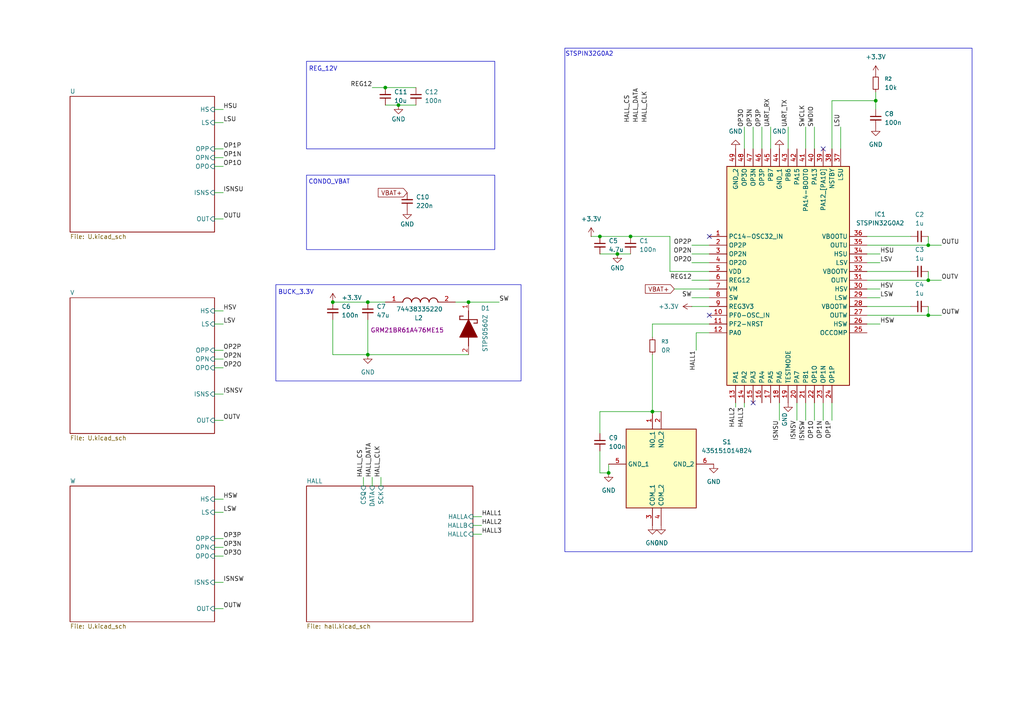
<source format=kicad_sch>
(kicad_sch (version 20250114) (generator "eeschema") (generator_version "9.0")
  (paper "A4")
  (lib_symbols
    (symbol "Device:C_Small" (pin_numbers (hide yes)) (pin_names (offset 0.254) (hide yes))
      (property "Reference" "C" (at 0.254 1.778 0))
      (property "Value" "C_Small" (at 0.254 -2.032 0))
      (symbol "C_Small_0_1"
        (polyline (pts (xy -1.524 0.508) (xy 1.524 0.508)) (stroke (width 0.3048)))
        (polyline (pts (xy -1.524 -0.508) (xy 1.524 -0.508)) (stroke (width 0.3302)))
      )
      (symbol "C_Small_1_1"
        (pin passive line (at 0 2.54 270) (length 2.032) (name "~") (number "1"))
        (pin passive line (at 0 -2.54 90) (length 2.032) (name "~") (number "2"))
      )
    )
    (symbol "Device:R_Small" (pin_numbers (hide yes)) (pin_names (offset 0.254) (hide yes))
      (property "Reference" "R" (at 0 0 90))
      (property "Value" "R_Small" (at 1.778 0 90))
      (symbol "R_Small_0_1"
        (rectangle (start -0.762 1.778) (end 0.762 -1.778) (stroke (width 0.2032)))
      )
      (symbol "R_Small_1_1"
        (pin passive line (at 0 2.54 270) (length 0.762) (name "~") (number "1"))
        (pin passive line (at 0 -2.54 90) (length 0.762) (name "~") (number "2"))
      )
    )
    (symbol "power:+3.3V" (power) (pin_numbers (hide yes)) (pin_names (offset 0) (hide yes))
      (property "Value" "+3.3V" (at 0 3.556 0))
      (symbol "+3.3V_0_1"
        (polyline (pts (xy -0.762 1.27) (xy 0 2.54)))
        (polyline (pts (xy 0 2.54) (xy 0.762 1.27)))
        (polyline (pts (xy 0 0) (xy 0 2.54)))
      )
      (symbol "+3.3V_1_1"
        (pin power_in line (at 0 0 90) (length 0) (name "~") (number "1"))
      )
    )
    (symbol "power:GND" (power) (pin_numbers (hide yes)) (pin_names (offset 0) (hide yes))
      (property "Value" "GND" (at 0 -3.81 0))
      (symbol "GND_0_1"
        (polyline (pts (xy 0 0) (xy 0 -1.27) (xy 1.27 -1.27) (xy 0 -2.54) (xy -1.27 -1.27) (xy 0 -1.27)))
      )
      (symbol "GND_1_1"
        (pin power_in line (at 0 0 270) (length 0) (name "~") (number "1"))
      )
    )
    (symbol "samacsys:435151014824"
      (property "Reference" "S" (at 26.67 15.24 0))
      (property "Value" "435151014824" (at 26.67 12.7 0))
      (symbol "435151014824_1_1"
        (rectangle (start 5.08 10.16) (end 25.4 -12.7) (stroke (width 0.254)) (fill (type background)))
        (pin passive line (at 0 0 0) (length 5.08) (name "GND_1") (number "5"))
        (pin passive line (at 12.7 15.24 270) (length 5.08) (name "NO_1") (number "1"))
        (pin passive line (at 12.7 -17.78 90) (length 5.08) (name "COM_1") (number "3"))
        (pin passive line (at 15.24 15.24 270) (length 5.08) (name "NO_2") (number "2"))
        (pin passive line (at 15.24 -17.78 90) (length 5.08) (name "COM_2") (number "4"))
        (pin passive line (at 30.48 0 180) (length 5.08) (name "GND_2") (number "6"))
      )
    )
    (symbol "samacsys:74438335220" (pin_names (hide yes))
      (property "Reference" "L" (at 16.51 6.35 0))
      (property "Value" "74438335220" (at 16.51 3.81 0))
      (symbol "74438335220_1_1"
        (arc (start 5.08 0) (mid 6.35 1.219) (end 7.62 0) (stroke (width 0.254)))
        (arc (start 7.62 0) (mid 8.89 1.219) (end 10.16 0) (stroke (width 0.254)))
        (arc (start 10.16 0) (mid 11.43 1.219) (end 12.7 0) (stroke (width 0.254)))
        (arc (start 12.7 0) (mid 13.97 1.219) (end 15.24 0) (stroke (width 0.254)))
        (pin passive line (at 0 0 0) (length 5.08) (name "1") (number "1"))
        (pin passive line (at 20.32 0 180) (length 5.08) (name "2") (number "2"))
      )
    )
    (symbol "samacsys:STPS0560Z" (pin_names (hide yes))
      (property "Reference" "D" (at 12.7 8.89 0))
      (property "Value" "STPS0560Z" (at 12.7 6.35 0))
      (symbol "STPS0560Z_1_1"
        (polyline (pts (xy 5.08 0) (xy 7.62 0)) (stroke (width 0.254)))
        (polyline (pts (xy 6.604 -1.524) (xy 6.604 -2.54)) (stroke (width 0.254)))
        (polyline (pts (xy 7.62 2.54) (xy 7.62 -2.54)) (stroke (width 0.254)))
        (polyline (pts (xy 7.62 2.54) (xy 8.636 2.54)) (stroke (width 0.254)))
        (polyline (pts (xy 7.62 0) (xy 12.7 2.54) (xy 12.7 -2.54) (xy 7.62 0)) (stroke (width 0.254)) (fill (type outline)))
        (polyline (pts (xy 7.62 -2.54) (xy 6.604 -2.54)) (stroke (width 0.254)))
        (polyline (pts (xy 8.636 1.524) (xy 8.636 2.54)) (stroke (width 0.254)))
        (polyline (pts (xy 12.7 0) (xy 15.24 0)) (stroke (width 0.254)))
        (pin passive line (at 2.54 0 0) (length 2.54) (name "K") (number "1"))
        (pin passive line (at 17.78 0 180) (length 2.54) (name "A") (number "2"))
      )
    )
    (symbol "samacsys:STSPIN32G0A2"
      (property "Reference" "IC" (at 41.91 25.4 0))
      (property "Value" "STSPIN32G0A2" (at 41.91 22.86 0))
      (symbol "STSPIN32G0A2_1_1"
        (rectangle (start 5.08 20.32) (end 40.64 -43.18) (stroke (width 0.254)) (fill (type background)))
        (pin passive line (at 0 0 0) (length 5.08) (name "PC14-OSC32_IN") (number "1"))
        (pin passive line (at 0 -2.54 0) (length 5.08) (name "OP2P") (number "2"))
        (pin passive line (at 0 -5.08 0) (length 5.08) (name "OP2N") (number "3"))
        (pin passive line (at 0 -7.62 0) (length 5.08) (name "OP2O") (number "4"))
        (pin passive line (at 0 -10.16 0) (length 5.08) (name "VDD") (number "5"))
        (pin passive line (at 0 -12.7 0) (length 5.08) (name "REG12") (number "6"))
        (pin passive line (at 0 -15.24 0) (length 5.08) (name "VM") (number "7"))
        (pin passive line (at 0 -17.78 0) (length 5.08) (name "SW") (number "8"))
        (pin passive line (at 0 -20.32 0) (length 5.08) (name "REG3V3") (number "9"))
        (pin passive line (at 0 -22.86 0) (length 5.08) (name "PF0-OSC_IN") (number "10"))
        (pin passive line (at 0 -25.4 0) (length 5.08) (name "PF2-NRST") (number "11"))
        (pin passive line (at 0 -27.94 0) (length 5.08) (name "PA0") (number "12"))
        (pin passive line (at 7.62 25.4 270) (length 5.08) (name "GND_2") (number "49"))
        (pin passive line (at 7.62 -48.26 90) (length 5.08) (name "PA1") (number "13"))
        (pin passive line (at 10.16 25.4 270) (length 5.08) (name "OP3O") (number "48"))
        (pin passive line (at 10.16 -48.26 90) (length 5.08) (name "PA2") (number "14"))
        (pin passive line (at 12.7 25.4 270) (length 5.08) (name "OP3N") (number "47"))
        (pin passive line (at 12.7 -48.26 90) (length 5.08) (name "PA3") (number "15"))
        (pin passive line (at 15.24 25.4 270) (length 5.08) (name "OP3P") (number "46"))
        (pin passive line (at 15.24 -48.26 90) (length 5.08) (name "PA4") (number "16"))
        (pin passive line (at 17.78 25.4 270) (length 5.08) (name "PB7") (number "45"))
        (pin passive line (at 17.78 -48.26 90) (length 5.08) (name "PA5") (number "17"))
        (pin passive line (at 20.32 25.4 270) (length 5.08) (name "GND_1") (number "44"))
        (pin passive line (at 20.32 -48.26 90) (length 5.08) (name "PA6") (number "18"))
        (pin passive line (at 22.86 25.4 270) (length 5.08) (name "PB6") (number "43"))
        (pin passive line (at 22.86 -48.26 90) (length 5.08) (name "TESTMODE") (number "19"))
        (pin passive line (at 25.4 25.4 270) (length 5.08) (name "PA15") (number "42"))
        (pin passive line (at 25.4 -48.26 90) (length 5.08) (name "PA7") (number "20"))
        (pin passive line (at 27.94 25.4 270) (length 5.08) (name "PA14-BOOT0") (number "41"))
        (pin passive line (at 27.94 -48.26 90) (length 5.08) (name "PB1") (number "21"))
        (pin passive line (at 30.48 25.4 270) (length 5.08) (name "PA13") (number "40"))
        (pin passive line (at 30.48 -48.26 90) (length 5.08) (name "OP1O") (number "22"))
        (pin passive line (at 33.02 25.4 270) (length 5.08) (name "PA12_[PA10]") (number "39"))
        (pin passive line (at 33.02 -48.26 90) (length 5.08) (name "OP1N") (number "23"))
        (pin passive line (at 35.56 25.4 270) (length 5.08) (name "NSTBY") (number "38"))
        (pin passive line (at 35.56 -48.26 90) (length 5.08) (name "OP1P") (number "24"))
        (pin passive line (at 38.1 25.4 270) (length 5.08) (name "LSU") (number "37"))
        (pin passive line (at 45.72 0 180) (length 5.08) (name "VBOOTU") (number "36"))
        (pin passive line (at 45.72 -2.54 180) (length 5.08) (name "OUTU") (number "35"))
        (pin passive line (at 45.72 -5.08 180) (length 5.08) (name "HSU") (number "34"))
        (pin passive line (at 45.72 -7.62 180) (length 5.08) (name "LSV") (number "33"))
        (pin passive line (at 45.72 -10.16 180) (length 5.08) (name "VBOOTV") (number "32"))
        (pin passive line (at 45.72 -12.7 180) (length 5.08) (name "OUTV") (number "31"))
        (pin passive line (at 45.72 -15.24 180) (length 5.08) (name "HSV") (number "30"))
        (pin passive line (at 45.72 -17.78 180) (length 5.08) (name "LSW") (number "29"))
        (pin passive line (at 45.72 -20.32 180) (length 5.08) (name "VBOOTW") (number "28"))
        (pin passive line (at 45.72 -22.86 180) (length 5.08) (name "OUTW") (number "27"))
        (pin passive line (at 45.72 -25.4 180) (length 5.08) (name "HSW") (number "26"))
        (pin passive line (at 45.72 -27.94 180) (length 5.08) (name "OCCOMP") (number "25"))
      )
    )
  )
  (rectangle (start 88.9 17.78) (end 143.51 43.18))
  (rectangle (start 80.01 82.55) (end 151.13 110.49))
  (rectangle (start 163.83 13.97) (end 281.94 160.02))
  (rectangle (start 88.9 50.8) (end 143.51 72.39))
  (text "BUCK_3.3V\n" (at 85.852 84.836 0) (effects (font (size 1.27 1.27))))
  (text "CONDO_VBAT" (at 95.504 52.832 0) (effects (font (size 1.27 1.27))))
  (text "STSPIN32G0A2" (at 170.942 15.748 0) (effects (font (size 1.27 1.27))))
  (text "REG_12V\n" (at 93.726 20.066 0) (effects (font (size 1.27 1.27))))
  (junction (at 254 29.21))
  (junction (at 269.24 91.44))
  (junction (at 182.88 68.58))
  (junction (at 135.89 87.63))
  (junction (at 106.68 87.63))
  (junction (at 176.53 137.16))
  (junction (at 115.57 30.48))
  (junction (at 111.76 25.4))
  (junction (at 106.68 102.87))
  (junction (at 173.99 68.58))
  (junction (at 96.52 87.63))
  (junction (at 269.24 81.28))
  (junction (at 269.24 71.12))
  (junction (at 179.07 73.66))
  (junction (at 189.23 119.38))
  (no_connect (at 218.44 116.84))
  (no_connect (at 205.74 91.44))
  (no_connect (at 238.76 43.18))
  (no_connect (at 205.74 68.58))
  (wire (pts (xy 96.52 102.87) (xy 106.68 102.87)))
  (wire (pts (xy 233.68 36.83) (xy 233.68 43.18)))
  (wire (pts (xy 238.76 121.92) (xy 238.76 116.84)))
  (wire (pts (xy 236.22 36.83) (xy 236.22 43.18)))
  (wire (pts (xy 251.46 78.74) (xy 264.16 78.74)))
  (wire (pts (xy 255.27 73.66) (xy 251.46 73.66)))
  (wire (pts (xy 64.77 35.56) (xy 62.23 35.56)))
  (wire (pts (xy 64.77 93.98) (xy 62.23 93.98)))
  (wire (pts (xy 64.77 55.88) (xy 62.23 55.88)))
  (wire (pts (xy 226.06 121.92) (xy 226.06 116.84)))
  (wire (pts (xy 251.46 68.58) (xy 264.16 68.58)))
  (wire (pts (xy 173.99 119.38) (xy 189.23 119.38)))
  (wire (pts (xy 64.77 121.92) (xy 62.23 121.92)))
  (wire (pts (xy 189.23 93.98) (xy 189.23 97.79)))
  (wire (pts (xy 64.77 156.21) (xy 62.23 156.21)))
  (wire (pts (xy 269.24 81.28) (xy 273.05 81.28)))
  (wire (pts (xy 213.36 118.11) (xy 213.36 116.84)))
  (wire (pts (xy 189.23 119.38) (xy 191.77 119.38)))
  (wire (pts (xy 110.49 138.43) (xy 110.49 140.97)))
  (wire (pts (xy 189.23 102.87) (xy 189.23 119.38)))
  (wire (pts (xy 111.76 25.4) (xy 120.65 25.4)))
  (wire (pts (xy 200.66 86.36) (xy 205.74 86.36)))
  (wire (pts (xy 64.77 106.68) (xy 62.23 106.68)))
  (wire (pts (xy 236.22 121.92) (xy 236.22 116.84)))
  (wire (pts (xy 64.77 176.53) (xy 62.23 176.53)))
  (wire (pts (xy 251.46 81.28) (xy 269.24 81.28)))
  (wire (pts (xy 269.24 68.58) (xy 269.24 71.12)))
  (wire (pts (xy 64.77 31.75) (xy 62.23 31.75)))
  (wire (pts (xy 132.08 87.63) (xy 135.89 87.63)))
  (wire (pts (xy 215.9 36.83) (xy 215.9 43.18)))
  (wire (pts (xy 201.93 96.52) (xy 205.74 96.52)))
  (wire (pts (xy 139.7 152.4) (xy 137.16 152.4)))
  (wire (pts (xy 64.77 45.72) (xy 62.23 45.72)))
  (wire (pts (xy 251.46 71.12) (xy 269.24 71.12)))
  (wire (pts (xy 96.52 87.63) (xy 106.68 87.63)))
  (wire (pts (xy 106.68 102.87) (xy 135.89 102.87)))
  (wire (pts (xy 179.07 73.66) (xy 182.88 73.66)))
  (wire (pts (xy 176.53 137.16) (xy 176.53 134.62)))
  (wire (pts (xy 255.27 93.98) (xy 251.46 93.98)))
  (wire (pts (xy 205.74 93.98) (xy 189.23 93.98)))
  (wire (pts (xy 215.9 118.11) (xy 215.9 116.84)))
  (wire (pts (xy 269.24 71.12) (xy 273.05 71.12)))
  (wire (pts (xy 139.7 154.94) (xy 137.16 154.94)))
  (wire (pts (xy 251.46 91.44) (xy 269.24 91.44)))
  (wire (pts (xy 64.77 144.78) (xy 62.23 144.78)))
  (wire (pts (xy 64.77 101.6) (xy 62.23 101.6)))
  (wire (pts (xy 182.88 68.58) (xy 194.31 68.58)))
  (wire (pts (xy 173.99 68.58) (xy 182.88 68.58)))
  (wire (pts (xy 64.77 90.17) (xy 62.23 90.17)))
  (wire (pts (xy 195.58 83.82) (xy 205.74 83.82)))
  (wire (pts (xy 64.77 104.14) (xy 62.23 104.14)))
  (wire (pts (xy 254 26.67) (xy 254 29.21)))
  (wire (pts (xy 64.77 158.75) (xy 62.23 158.75)))
  (wire (pts (xy 231.14 121.92) (xy 231.14 116.84)))
  (wire (pts (xy 241.3 29.21) (xy 241.3 43.18)))
  (wire (pts (xy 173.99 119.38) (xy 173.99 125.73)))
  (wire (pts (xy 200.66 81.28) (xy 205.74 81.28)))
  (wire (pts (xy 194.31 78.74) (xy 205.74 78.74)))
  (wire (pts (xy 269.24 88.9) (xy 269.24 91.44)))
  (wire (pts (xy 201.93 96.52) (xy 201.93 101.6)))
  (wire (pts (xy 228.6 36.83) (xy 228.6 43.18)))
  (wire (pts (xy 241.3 121.92) (xy 241.3 116.84)))
  (wire (pts (xy 106.68 92.71) (xy 106.68 102.87)))
  (wire (pts (xy 241.3 29.21) (xy 254 29.21)))
  (wire (pts (xy 173.99 137.16) (xy 176.53 137.16)))
  (wire (pts (xy 173.99 73.66) (xy 179.07 73.66)))
  (wire (pts (xy 255.27 83.82) (xy 251.46 83.82)))
  (wire (pts (xy 115.57 30.48) (xy 120.65 30.48)))
  (wire (pts (xy 139.7 149.86) (xy 137.16 149.86)))
  (wire (pts (xy 173.99 130.81) (xy 173.99 137.16)))
  (wire (pts (xy 64.77 63.5) (xy 62.23 63.5)))
  (wire (pts (xy 96.52 102.87) (xy 96.52 92.71)))
  (wire (pts (xy 243.84 36.83) (xy 243.84 43.18)))
  (wire (pts (xy 194.31 68.58) (xy 194.31 78.74)))
  (wire (pts (xy 255.27 76.2) (xy 251.46 76.2)))
  (wire (pts (xy 64.77 43.18) (xy 62.23 43.18)))
  (wire (pts (xy 220.98 36.83) (xy 220.98 43.18)))
  (wire (pts (xy 107.95 25.4) (xy 111.76 25.4)))
  (wire (pts (xy 255.27 86.36) (xy 251.46 86.36)))
  (wire (pts (xy 223.52 36.83) (xy 223.52 43.18)))
  (wire (pts (xy 269.24 78.74) (xy 269.24 81.28)))
  (wire (pts (xy 269.24 91.44) (xy 273.05 91.44)))
  (wire (pts (xy 107.95 138.43) (xy 107.95 140.97)))
  (wire (pts (xy 135.89 87.63) (xy 144.78 87.63)))
  (wire (pts (xy 64.77 114.3) (xy 62.23 114.3)))
  (wire (pts (xy 200.66 71.12) (xy 205.74 71.12)))
  (wire (pts (xy 111.76 30.48) (xy 115.57 30.48)))
  (wire (pts (xy 106.68 87.63) (xy 111.76 87.63)))
  (wire (pts (xy 254 29.21) (xy 254 31.75)))
  (wire (pts (xy 64.77 48.26) (xy 62.23 48.26)))
  (wire (pts (xy 105.41 138.43) (xy 105.41 140.97)))
  (wire (pts (xy 251.46 88.9) (xy 264.16 88.9)))
  (wire (pts (xy 64.77 168.91) (xy 62.23 168.91)))
  (wire (pts (xy 218.44 36.83) (xy 218.44 43.18)))
  (wire (pts (xy 171.45 68.58) (xy 173.99 68.58)))
  (wire (pts (xy 200.66 73.66) (xy 205.74 73.66)))
  (wire (pts (xy 64.77 161.29) (xy 62.23 161.29)))
  (wire (pts (xy 200.66 76.2) (xy 205.74 76.2)))
  (wire (pts (xy 200.66 88.9) (xy 205.74 88.9)))
  (wire (pts (xy 64.77 148.59) (xy 62.23 148.59)))
  (wire (pts (xy 233.68 121.92) (xy 233.68 116.84)))
  (label "OUTU" (at 64.77 63.5 0))
  (label "OUTW" (at 64.77 176.53 0))
  (label "LSU" (at 243.84 36.83 90))
  (label "OUTW" (at 273.05 91.44 0))
  (label "OP2P" (at 64.77 101.6 0))
  (label "LSV" (at 64.77 93.98 0))
  (label "SW" (at 144.78 87.63 0))
  (label "OP2O" (at 64.77 106.68 0))
  (label "HSV" (at 64.77 90.17 0))
  (label "ISNSV" (at 64.77 114.3 0))
  (label "OUTV" (at 273.05 81.28 0))
  (label "OP3P" (at 64.77 156.21 0))
  (label "REG12" (at 200.66 81.28 180))
  (label "HSU" (at 255.27 73.66 0))
  (label "LSW" (at 64.77 148.59 0))
  (label "SWDIO" (at 236.22 36.83 90))
  (label "HALL_CLK" (at 187.96 35.56 90))
  (label "UART_TX" (at 228.6 36.83 90))
  (label "ISNSW" (at 233.68 121.92 270))
  (label "OP1N" (at 238.76 121.92 270))
  (label "OP2O" (at 200.66 76.2 180))
  (label "LSU" (at 64.77 35.56 0))
  (label "REG12" (at 107.95 25.4 180))
  (label "HALL3" (at 139.7 154.94 0))
  (label "HSW" (at 255.27 93.98 0))
  (label "ISNSU" (at 64.77 55.88 0))
  (label "HALL3" (at 215.9 118.11 270))
  (label "HALL_CS" (at 105.41 138.43 90))
  (label "HALL2" (at 139.7 152.4 0))
  (label "OUTV" (at 64.77 121.92 0))
  (label "SWCLK" (at 233.68 36.83 90))
  (label "HALL_DATA" (at 185.42 35.56 90))
  (label "HSW" (at 64.77 144.78 0))
  (label "HALL1" (at 201.93 101.6 270))
  (label "LSW" (at 255.27 86.36 0))
  (label "OP2P" (at 200.66 71.12 180))
  (label "HALL1" (at 139.7 149.86 0))
  (label "HSV" (at 255.27 83.82 0))
  (label "SW" (at 200.66 86.36 180))
  (label "OP2N" (at 64.77 104.14 0))
  (label "OP3N" (at 64.77 158.75 0))
  (label "HALL_DATA" (at 107.95 138.43 90))
  (label "ISNSW" (at 64.77 168.91 0))
  (label "ISNSV" (at 231.14 121.92 270))
  (label "OP3O" (at 64.77 161.29 0))
  (label "OP1O" (at 64.77 48.26 0))
  (label "LSV" (at 255.27 76.2 0))
  (label "HALL_CS" (at 182.88 35.56 90))
  (label "OP1O" (at 236.22 121.92 270))
  (label "OP3O" (at 215.9 36.83 90))
  (label "OP1N" (at 64.77 45.72 0))
  (label "HALL_CLK" (at 110.49 138.43 90))
  (label "OP1P" (at 64.77 43.18 0))
  (label "OUTU" (at 273.05 71.12 0))
  (label "OP3N" (at 218.44 36.83 90))
  (label "UART_RX" (at 223.52 36.83 90))
  (label "ISNSU" (at 226.06 121.92 270))
  (label "OP3P" (at 220.98 36.83 90))
  (label "OP1P" (at 241.3 121.92 270))
  (label "HSU" (at 64.77 31.75 0))
  (label "HALL2" (at 213.36 118.11 270))
  (label "OP2N" (at 200.66 73.66 180))
  (global_label "VBAT+" (shape input) (at 195.58 83.82 180) (property "Intersheetrefs" "${INTERSHEET_REFS}" (effects (hide yes))))
  (global_label "VBAT+" (shape input) (at 118.11 55.88 180) (property "Intersheetrefs" "${INTERSHEET_REFS}" (effects (hide yes))))
  (symbol (lib_id "Device:C_Small") (at 266.7 78.74 90) (unit 1)
    (property "Reference" "C3" (at 266.7063 72.39 90))
    (property "Value" "1u" (at 266.7063 74.93 90))
    (property "Footprint" "Capacitor_SMD:C_0603_1608Metric" (effects (hide yes)))
    (property "Description" "Unpolarized capacitor, small symbol" (effects (hide yes)))
  )
  (symbol (lib_id "power:GND") (at 176.53 137.16 0) (unit 1)
    (property "Reference" "#PWR013" (effects (hide yes)))
    (property "Value" "GND" (at 176.53 142.24 0))
    (property "Description" "Power symbol creates a global label with name \"GND\" , ground" (effects (hide yes)))
  )
  (symbol (lib_id "Device:C_Small") (at 111.76 27.94 180) (unit 1)
    (property "Reference" "C11" (at 114.3 26.6635 0) (effects (justify right)))
    (property "Value" "10u" (at 114.3 29.2035 0) (effects (justify right)))
    (property "Footprint" "Capacitor_SMD:C_0603_1608Metric" (effects (hide yes)))
    (property "Description" "Unpolarized capacitor, small symbol" (effects (hide yes)))
  )
  (symbol (lib_id "power:GND") (at 118.11 60.96 0) (unit 1)
    (property "Reference" "#PWR015" (effects (hide yes)))
    (property "Value" "GND" (at 118.11 65.024 0))
    (property "Description" "Power symbol creates a global label with name \"GND\" , ground" (effects (hide yes)))
  )
  (symbol (lib_id "Device:R_Small") (at 254 24.13 0) (unit 1)
    (property "Reference" "R2" (at 256.54 22.8599 0) (effects (font (size 1.016 1.016)) (justify left)))
    (property "Value" "10k" (at 256.54 25.3999 0) (effects (justify left)))
    (property "Footprint" "Resistor_SMD:R_0201_0603Metric_Pad0.64x0.40mm_HandSolder" (effects (hide yes)))
    (property "Description" "Resistor, small symbol" (effects (hide yes)))
  )
  (symbol (lib_id "Device:C_Small") (at 120.65 27.94 0) (unit 1)
    (property "Reference" "C12" (at 123.19 26.6762 0) (effects (justify left)))
    (property "Value" "100n" (at 123.19 29.2162 0) (effects (justify left)))
    (property "Footprint" "Capacitor_SMD:C_0201_0603Metric_Pad0.64x0.40mm_HandSolder" (effects (hide yes)))
    (property "Description" "Unpolarized capacitor, small symbol" (effects (hide yes)))
  )
  (symbol (lib_id "power:+3.3V") (at 171.45 68.58 0) (unit 1)
    (property "Reference" "#PWR03" (effects (hide yes)))
    (property "Value" "+3.3V" (at 171.45 63.5 0))
    (property "Description" "Power symbol creates a global label with name \"+3.3V\"" (effects (hide yes)))
  )
  (symbol (lib_id "samacsys:STSPIN32G0A2") (at 205.74 68.58 0) (unit 1)
    (property "Reference" "IC1" (at 255.27 62.1598 0))
    (property "Value" "STSPIN32G0A2" (at 255.27 64.6998 0))
    (property "Footprint" "samacsys:QFN50P700X700X105-49N-D" (effects (hide yes)))
    (property "Datasheet" "https://www.st.com/resource/en/datasheet/stspin32g0a1.pdf" (effects (hide yes)))
    (property "Description" "Advanced brushless motor controller with embedded STM32G0 MCU Operating voltage from 6.7 to 45 V temperature range: -40 to +125 C" (effects (hide yes)))
    (property "Height" "1.05" (effects (hide yes)))
    (property "Manufacturer_Name" "STMicroelectronics" (effects (hide yes)))
    (property "Manufacturer_Part_Number" "STSPIN32G0A2" (effects (hide yes)))
  )
  (symbol (lib_id "power:GND") (at 254 36.83 0) (unit 1)
    (property "Reference" "#PWR09" (effects (hide yes)))
    (property "Value" "GND" (at 254 41.91 0))
    (property "Description" "Power symbol creates a global label with name \"GND\" , ground" (effects (hide yes)))
  )
  (symbol (lib_id "power:GND") (at 228.6 116.84 0) (unit 1)
    (property "Reference" "#PWR014" (effects (hide yes)))
    (property "Value" "GND" (at 227.584 121.666 90))
    (property "Description" "Power symbol creates a global label with name \"GND\" , ground" (effects (hide yes)))
  )
  (symbol (lib_id "samacsys:STPS0560Z") (at 135.89 85.09 270) (unit 1)
    (property "Reference" "D1" (at 139.446 89.408 90) (effects (justify left)))
    (property "Value" "STPS0560Z" (at 140.716 91.186 0) (effects (justify left)))
    (property "Footprint" "samacsys:STPS0560Z" (effects (hide yes)))
    (property "Datasheet" "http://www.st.com/web/en/resource/technical/document/datasheet/CD00001852.pdf" (effects (hide yes)))
    (property "Description" "STPS0560Z, Schottky Diode,  0.5A max, 60V, 2-Pin, SOD-123" (effects (hide yes)))
    (property "Manufacturer_Name" "STMicroelectronics" (effects (hide yes)))
    (property "Manufacturer_Part_Number" "STPS0560Z" (effects (hide yes)))
    (property "Mouser Part Number" "511-STPS0560Z" (effects (hide yes)))
    (property "Mouser Price/Stock" "https://www.mouser.co.uk/ProductDetail/STMicroelectronics/STPS0560Z?qs=E0mHVHmM7ubnz8C3lwoo5Q%3D%3D" (effects (hide yes)))
    (property "Arrow Part Number" "STPS0560Z" (effects (hide yes)))
    (property "Arrow Price/Stock" "https://www.arrow.com/en/products/stps0560z/stmicroelectronics?region=nac" (effects (hide yes)))
  )
  (symbol (lib_id "Device:C_Small") (at 173.99 128.27 0) (unit 1)
    (property "Reference" "C9" (at 176.53 127.0062 0) (effects (justify left)))
    (property "Value" "100n" (at 176.53 129.5462 0) (effects (justify left)))
    (property "Footprint" "Capacitor_SMD:C_0201_0603Metric_Pad0.64x0.40mm_HandSolder" (effects (hide yes)))
    (property "Description" "Unpolarized capacitor, small symbol" (effects (hide yes)))
  )
  (symbol (lib_id "samacsys:435151014824") (at 176.53 134.62 0) (unit 1)
    (property "Reference" "S1" (at 210.82 128.1998 0))
    (property "Value" "435151014824" (at 210.82 130.7398 0))
    (property "Footprint" "samacsys:435151014824" (effects (hide yes)))
    (property "Datasheet" "https://componentsearchengine.com/Datasheets/2/435151014824.pdf" (effects (hide yes)))
    (property "Description" "Tactile Switches WS-TASV Tact Switch" (effects (hide yes)))
    (property "Height" "1.4" (effects (hide yes)))
    (property "Mouser Part Number" "710-435151014824" (effects (hide yes)))
    (property "Mouser Price/Stock" "https://www.mouser.co.uk/ProductDetail/Wurth-Elektronik/435151014824?qs=OlC7AqGiEDkCCtReGm3ZVw%3D%3D" (effects (hide yes)))
    (property "Manufacturer_Name" "Wurth Elektronik" (effects (hide yes)))
    (property "Manufacturer_Part_Number" "435151014824" (effects (hide yes)))
  )
  (symbol (lib_id "power:GND") (at 115.57 30.48 0) (unit 1)
    (property "Reference" "#PWR016" (effects (hide yes)))
    (property "Value" "GND" (at 115.57 34.544 0))
    (property "Description" "Power symbol creates a global label with name \"GND\" , ground" (effects (hide yes)))
  )
  (symbol (lib_id "Device:C_Small") (at 266.7 68.58 90) (unit 1)
    (property "Reference" "C2" (at 266.7063 62.23 90))
    (property "Value" "1u" (at 266.7063 64.77 90))
    (property "Footprint" "Capacitor_SMD:C_0603_1608Metric" (effects (hide yes)))
    (property "Description" "Unpolarized capacitor, small symbol" (effects (hide yes)))
  )
  (symbol (lib_id "power:GND") (at 191.77 152.4 0) (unit 1)
    (property "Reference" "#PWR011" (effects (hide yes)))
    (property "Value" "GND" (at 191.77 157.48 0))
    (property "Description" "Power symbol creates a global label with name \"GND\" , ground" (effects (hide yes)))
  )
  (symbol (lib_id "Device:C_Small") (at 106.68 90.17 0) (unit 1)
    (property "Reference" "C7" (at 109.22 88.9062 0) (effects (justify left)))
    (property "Value" "47u" (at 109.22 91.4462 0) (effects (justify left)))
    (property "Footprint" "Capacitor_SMD:C_0805_2012Metric" (effects (hide yes)))
    (property "Description" "GRM21BR61A476ME15" (at 118.11 95.758 0))
  )
  (symbol (lib_id "power:+3.3V") (at 200.66 88.9 90) (unit 1)
    (property "Reference" "#PWR05" (effects (hide yes)))
    (property "Value" "+3.3V" (at 196.85 88.8999 90) (effects (justify left)))
    (property "Description" "Power symbol creates a global label with name \"+3.3V\"" (effects (hide yes)))
  )
  (symbol (lib_id "power:GND") (at 207.01 134.62 0) (unit 1)
    (property "Reference" "#PWR012" (effects (hide yes)))
    (property "Value" "GND" (at 207.01 139.7 0))
    (property "Description" "Power symbol creates a global label with name \"GND\" , ground" (effects (hide yes)))
  )
  (symbol (lib_id "Device:C_Small") (at 254 34.29 0) (unit 1)
    (property "Reference" "C8" (at 256.54 33.0262 0) (effects (justify left)))
    (property "Value" "100n" (at 256.54 35.5662 0) (effects (justify left)))
    (property "Footprint" "Capacitor_SMD:C_0201_0603Metric_Pad0.64x0.40mm_HandSolder" (effects (hide yes)))
    (property "Description" "Unpolarized capacitor, small symbol" (effects (hide yes)))
  )
  (symbol (lib_id "Device:C_Small") (at 182.88 71.12 0) (unit 1)
    (property "Reference" "C1" (at 185.42 69.8562 0) (effects (justify left)))
    (property "Value" "100n" (at 185.42 72.3962 0) (effects (justify left)))
    (property "Footprint" "Capacitor_SMD:C_0201_0603Metric_Pad0.64x0.40mm_HandSolder" (effects (hide yes)))
    (property "Description" "Unpolarized capacitor, small symbol" (effects (hide yes)))
  )
  (symbol (lib_id "power:GND") (at 213.36 43.18 180) (unit 1)
    (property "Reference" "#PWR01" (effects (hide yes)))
    (property "Value" "GND" (at 213.36 38.1 0))
    (property "Description" "Power symbol creates a global label with name \"GND\" , ground" (effects (hide yes)))
  )
  (symbol (lib_id "Device:C_Small") (at 96.52 90.17 0) (unit 1)
    (property "Reference" "C6" (at 99.06 88.9062 0) (effects (justify left)))
    (property "Value" "100n" (at 99.06 91.4462 0) (effects (justify left)))
    (property "Footprint" "Capacitor_SMD:C_0201_0603Metric_Pad0.64x0.40mm_HandSolder" (effects (hide yes)))
    (property "Description" "Unpolarized capacitor, small symbol" (effects (hide yes)))
  )
  (symbol (lib_id "power:+3.3V") (at 96.52 87.63 0) (unit 1)
    (property "Reference" "#PWR06" (effects (hide yes)))
    (property "Value" "+3.3V" (at 99.06 86.3599 0) (effects (justify left)))
    (property "Description" "Power symbol creates a global label with name \"+3.3V\"" (effects (hide yes)))
  )
  (symbol (lib_id "samacsys:74438335220") (at 111.76 87.63 0) (unit 1)
    (property "Reference" "L2" (at 121.412 92.202 0))
    (property "Value" "74438335220" (at 121.666 89.662 0))
    (property "Footprint" "samacsys:74438335220" (effects (hide yes)))
    (property "Datasheet" "http://katalog.we-online.de/pbs/datasheet/74438335220.pdf" (effects (hide yes)))
    (property "Description" "Power Inductor (SMD), 22 H, 600 mA, Shielded, 1.6 A, WE-MAPI, 3mm x 3mm x 1.5mm" (effects (hide yes)))
    (property "Height" "1.5" (effects (hide yes)))
    (property "Manufacturer_Name" "Wurth Elektronik" (effects (hide yes)))
    (property "Manufacturer_Part_Number" "74438335220" (effects (hide yes)))
    (property "Mouser Part Number" "710-74438335220" (effects (hide yes)))
    (property "Mouser Price/Stock" "https://www.mouser.co.uk/ProductDetail/Wurth-Elektronik/74438335220?qs=ZB8tH5z5N7bAy7niI35oLA%3D%3D" (effects (hide yes)))
  )
  (symbol (lib_id "power:GND") (at 179.07 73.66 0) (unit 1)
    (property "Reference" "#PWR04" (effects (hide yes)))
    (property "Value" "GND" (at 179.07 77.724 0))
    (property "Description" "Power symbol creates a global label with name \"GND\" , ground" (effects (hide yes)))
  )
  (symbol (lib_id "Device:C_Small") (at 118.11 58.42 180) (unit 1)
    (property "Reference" "C10" (at 120.65 57.1435 0) (effects (justify right)))
    (property "Value" "220n" (at 120.65 59.6835 0) (effects (justify right)))
    (property "Footprint" "Capacitor_SMD:C_0603_1608Metric" (effects (hide yes)))
    (property "Description" "Unpolarized capacitor, small symbol" (effects (hide yes)))
  )
  (symbol (lib_id "Device:C_Small") (at 266.7 88.9 90) (unit 1)
    (property "Reference" "C4" (at 266.7063 82.55 90))
    (property "Value" "1u" (at 266.7063 85.09 90))
    (property "Footprint" "Capacitor_SMD:C_0603_1608Metric" (effects (hide yes)))
    (property "Description" "Unpolarized capacitor, small symbol" (effects (hide yes)))
  )
  (symbol (lib_id "Device:C_Small") (at 173.99 71.12 0) (unit 1)
    (property "Reference" "C5" (at 176.53 69.8562 0) (effects (justify left)))
    (property "Value" "4.7u" (at 176.53 72.3962 0) (effects (justify left)))
    (property "Footprint" "Capacitor_SMD:C_0402_1005Metric" (effects (hide yes)))
    (property "Description" "Unpolarized capacitor, small symbol" (effects (hide yes)))
  )
  (symbol (lib_id "power:GND") (at 226.06 43.18 180) (unit 1)
    (property "Reference" "#PWR02" (effects (hide yes)))
    (property "Value" "GND" (at 226.06 38.1 0))
    (property "Description" "Power symbol creates a global label with name \"GND\" , ground" (effects (hide yes)))
  )
  (symbol (lib_id "Device:R_Small") (at 189.23 100.33 0) (unit 1)
    (property "Reference" "R3" (at 191.77 99.0599 0) (effects (font (size 1.016 1.016)) (justify left)))
    (property "Value" "0R" (at 191.77 101.5999 0) (effects (justify left)))
    (property "Footprint" "Resistor_SMD:R_0201_0603Metric_Pad0.64x0.40mm_HandSolder" (effects (hide yes)))
    (property "Description" "Resistor, small symbol" (effects (hide yes)))
  )
  (symbol (lib_id "power:+3.3V") (at 254 21.59 0) (unit 1)
    (property "Reference" "#PWR08" (effects (hide yes)))
    (property "Value" "+3.3V" (at 254 16.51 0))
    (property "Description" "Power symbol creates a global label with name \"+3.3V\"" (effects (hide yes)))
  )
  (symbol (lib_id "power:GND") (at 189.23 152.4 0) (unit 1)
    (property "Reference" "#PWR010" (effects (hide yes)))
    (property "Value" "GND" (at 189.23 157.48 0))
    (property "Description" "Power symbol creates a global label with name \"GND\" , ground" (effects (hide yes)))
  )
  (symbol (lib_id "power:GND") (at 106.68 102.87 0) (unit 1)
    (property "Reference" "#PWR07" (effects (hide yes)))
    (property "Value" "GND" (at 106.68 107.95 0))
    (property "Description" "Power symbol creates a global label with name \"GND\" , ground" (effects (hide yes)))
  )
  (sheet (at 88.9 140.97) (size 48.26 39.37) (stroke (width 0.1524))
    (property "Sheetname" "HALL" (at 88.9 140.2584 0) (effects (justify left bottom)))
    (property "Sheetfile" "hall.kicad_sch" (at 88.9 180.9246 0) (effects (justify left top)))
    (pin "CSQ" input (at 105.41 140.97 90))
    (pin "DATA" input (at 107.95 140.97 90))
    (pin "HALLA" input (at 137.16 149.86 0))
    (pin "HALLB" input (at 137.16 152.4 0))
    (pin "HALLC" input (at 137.16 154.94 0))
    (pin "SCK" input (at 110.49 140.97 90))
  )
  (sheet (at 20.32 86.36) (size 41.91 39.37) (stroke (width 0.1524))
    (property "Sheetname" "V" (at 20.32 85.6484 0) (effects (justify left bottom)))
    (property "Sheetfile" "U.kicad_sch" (at 20.32 126.3146 0) (effects (justify left top)))
    (pin "HS" input (at 62.23 90.17 0))
    (pin "ISNS" input (at 62.23 114.3 0))
    (pin "LS" input (at 62.23 93.98 0))
    (pin "OPN" input (at 62.23 104.14 0))
    (pin "OPO" input (at 62.23 106.68 0))
    (pin "OPP" input (at 62.23 101.6 0))
    (pin "OUT" input (at 62.23 121.92 0))
  )
  (sheet (at 20.32 27.94) (size 41.91 39.37) (stroke (width 0.1524))
    (property "Sheetname" "U" (at 20.32 27.2284 0) (effects (justify left bottom)))
    (property "Sheetfile" "U.kicad_sch" (at 20.32 67.8946 0) (effects (justify left top)))
    (pin "HS" input (at 62.23 31.75 0))
    (pin "ISNS" input (at 62.23 55.88 0))
    (pin "LS" input (at 62.23 35.56 0))
    (pin "OPN" input (at 62.23 45.72 0))
    (pin "OPO" input (at 62.23 48.26 0))
    (pin "OPP" input (at 62.23 43.18 0))
    (pin "OUT" input (at 62.23 63.5 0))
  )
  (sheet (at 20.32 140.97) (size 41.91 39.37) (stroke (width 0.1524))
    (property "Sheetname" "W" (at 20.32 140.2584 0) (effects (justify left bottom)))
    (property "Sheetfile" "U.kicad_sch" (at 20.32 180.9246 0) (effects (justify left top)))
    (pin "HS" input (at 62.23 144.78 0))
    (pin "ISNS" input (at 62.23 168.91 0))
    (pin "LS" input (at 62.23 148.59 0))
    (pin "OPN" input (at 62.23 158.75 0))
    (pin "OPO" input (at 62.23 161.29 0))
    (pin "OPP" input (at 62.23 156.21 0))
    (pin "OUT" input (at 62.23 176.53 0))
  )
)
</source>
